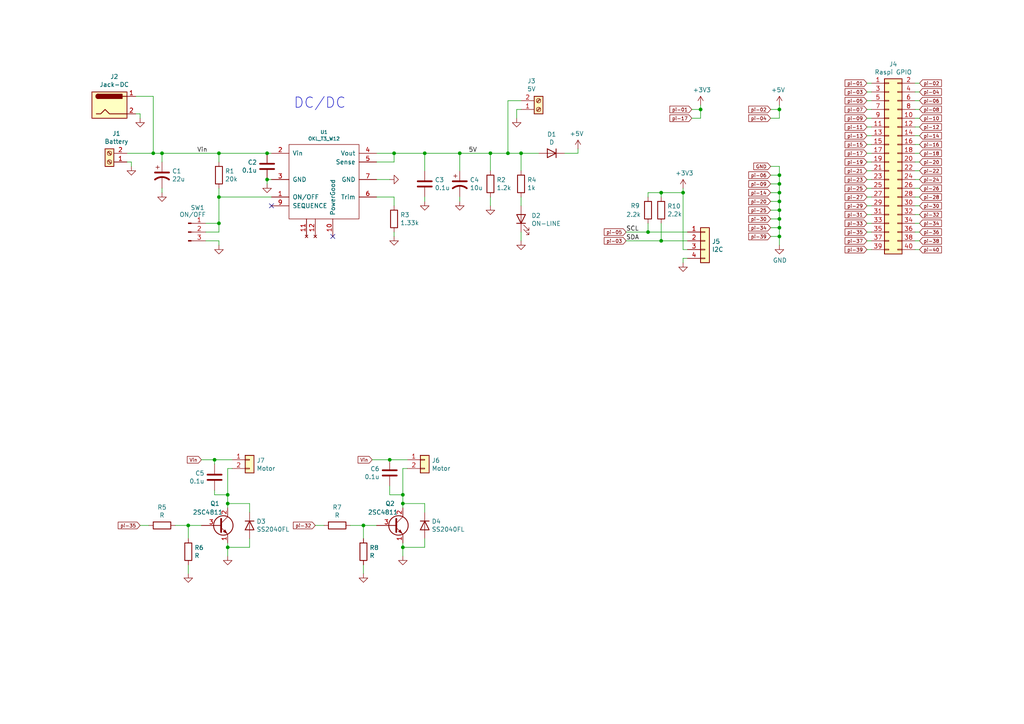
<source format=kicad_sch>
(kicad_sch (version 20230121) (generator eeschema)
  (paper "A4")
  (title_block (title "raspi-plant-hat") (date "2021-04-25") (rev "1"))
  (lib_symbols
    (symbol "Connector:Jack-DC" (pin_names (offset 1.016))
      (property "Reference" "J" (at 0 5.334 0))
      (property "Value" "Jack-DC" (at 0 -5.08 0))
      (symbol "Jack-DC_0_1"
        (rectangle (start -5.08 3.81) (end 5.08 -3.81) (stroke (width 0.254)) (fill (type background)))
        (arc (start -3.302 3.175) (mid -3.9343 2.54) (end -3.302 1.905) (stroke (width 0.254)))
        (arc (start -3.302 3.175) (mid -3.9343 2.54) (end -3.302 1.905) (stroke (width 0.254)) (fill (type outline)))
        (polyline (pts (xy 5.08 2.54) (xy 3.81 2.54)) (stroke (width 0.254)))
        (polyline (pts (xy -3.81 -2.54) (xy -2.54 -2.54) (xy -1.27 -1.27) (xy 0 -2.54) (xy 2.54 -2.54) (xy 5.08 -2.54)) (stroke (width 0.254)))
        (rectangle (start 3.683 3.175) (end -3.302 1.905) (stroke (width 0.254)) (fill (type outline)))
      )
      (symbol "Jack-DC_1_1"
        (pin passive line (at 7.62 2.54 180) (length 2.54) (name "~") (number "1"))
        (pin passive line (at 7.62 -2.54 180) (length 2.54) (name "~") (number "2"))
      )
    )
    (symbol "Connector:Screw_Terminal_01x02" (pin_names (offset 1.016) hide)
      (property "Reference" "J" (at 0 2.54 0))
      (property "Value" "Screw_Terminal_01x02" (at 0 -5.08 0))
      (symbol "Screw_Terminal_01x02_1_1"
        (rectangle (start -1.27 1.27) (end 1.27 -3.81) (stroke (width 0.254)) (fill (type background)))
        (circle (center 0 -2.54) (radius 0.635) (stroke (width 0.1524)))
        (polyline (pts (xy -0.5334 -2.2098) (xy 0.3302 -3.048)) (stroke (width 0.1524)))
        (polyline (pts (xy -0.5334 0.3302) (xy 0.3302 -0.508)) (stroke (width 0.1524)))
        (polyline (pts (xy -0.3556 -2.032) (xy 0.508 -2.8702)) (stroke (width 0.1524)))
        (polyline (pts (xy -0.3556 0.508) (xy 0.508 -0.3302)) (stroke (width 0.1524)))
        (circle (center 0 0) (radius 0.635) (stroke (width 0.1524)))
        (pin passive line (at -5.08 0 0) (length 3.81) (name "Pin_1") (number "1"))
        (pin passive line (at -5.08 -2.54 0) (length 3.81) (name "Pin_2") (number "2"))
      )
    )
    (symbol "Connector_Generic:Conn_01x02" (pin_names (offset 1.016) hide)
      (property "Reference" "J" (at 0 2.54 0))
      (property "Value" "Conn_01x02" (at 0 -5.08 0))
      (symbol "Conn_01x02_1_1"
        (rectangle (start -1.27 -2.413) (end 0 -2.667) (stroke (width 0.1524)))
        (rectangle (start -1.27 0.127) (end 0 -0.127) (stroke (width 0.1524)))
        (rectangle (start -1.27 1.27) (end 1.27 -3.81) (stroke (width 0.254)) (fill (type background)))
        (pin passive line (at -5.08 0 0) (length 3.81) (name "Pin_1") (number "1"))
        (pin passive line (at -5.08 -2.54 0) (length 3.81) (name "Pin_2") (number "2"))
      )
    )
    (symbol "Connector_Generic:Conn_01x04" (pin_names (offset 1.016) hide)
      (property "Reference" "J" (at 0 5.08 0))
      (property "Value" "Conn_01x04" (at 0 -7.62 0))
      (symbol "Conn_01x04_1_1"
        (rectangle (start -1.27 -4.953) (end 0 -5.207) (stroke (width 0.1524)))
        (rectangle (start -1.27 -2.413) (end 0 -2.667) (stroke (width 0.1524)))
        (rectangle (start -1.27 0.127) (end 0 -0.127) (stroke (width 0.1524)))
        (rectangle (start -1.27 2.667) (end 0 2.413) (stroke (width 0.1524)))
        (rectangle (start -1.27 3.81) (end 1.27 -6.35) (stroke (width 0.254)) (fill (type background)))
        (pin passive line (at -5.08 2.54 0) (length 3.81) (name "Pin_1") (number "1"))
        (pin passive line (at -5.08 0 0) (length 3.81) (name "Pin_2") (number "2"))
        (pin passive line (at -5.08 -2.54 0) (length 3.81) (name "Pin_3") (number "3"))
        (pin passive line (at -5.08 -5.08 0) (length 3.81) (name "Pin_4") (number "4"))
      )
    )
    (symbol "Connector_Generic:Conn_02x20_Odd_Even" (pin_names (offset 1.016) hide)
      (property "Reference" "J" (at 1.27 25.4 0))
      (property "Value" "Conn_02x20_Odd_Even" (at 1.27 -27.94 0))
      (symbol "Conn_02x20_Odd_Even_1_1"
        (rectangle (start -1.27 -25.273) (end 0 -25.527) (stroke (width 0.1524)))
        (rectangle (start -1.27 -22.733) (end 0 -22.987) (stroke (width 0.1524)))
        (rectangle (start -1.27 -20.193) (end 0 -20.447) (stroke (width 0.1524)))
        (rectangle (start -1.27 -17.653) (end 0 -17.907) (stroke (width 0.1524)))
        (rectangle (start -1.27 -15.113) (end 0 -15.367) (stroke (width 0.1524)))
        (rectangle (start -1.27 -12.573) (end 0 -12.827) (stroke (width 0.1524)))
        (rectangle (start -1.27 -10.033) (end 0 -10.287) (stroke (width 0.1524)))
        (rectangle (start -1.27 -7.493) (end 0 -7.747) (stroke (width 0.1524)))
        (rectangle (start -1.27 -4.953) (end 0 -5.207) (stroke (width 0.1524)))
        (rectangle (start -1.27 -2.413) (end 0 -2.667) (stroke (width 0.1524)))
        (rectangle (start -1.27 0.127) (end 0 -0.127) (stroke (width 0.1524)))
        (rectangle (start -1.27 2.667) (end 0 2.413) (stroke (width 0.1524)))
        (rectangle (start -1.27 5.207) (end 0 4.953) (stroke (width 0.1524)))
        (rectangle (start -1.27 7.747) (end 0 7.493) (stroke (width 0.1524)))
        (rectangle (start -1.27 10.287) (end 0 10.033) (stroke (width 0.1524)))
        (rectangle (start -1.27 12.827) (end 0 12.573) (stroke (width 0.1524)))
        (rectangle (start -1.27 15.367) (end 0 15.113) (stroke (width 0.1524)))
        (rectangle (start -1.27 17.907) (end 0 17.653) (stroke (width 0.1524)))
        (rectangle (start -1.27 20.447) (end 0 20.193) (stroke (width 0.1524)))
        (rectangle (start -1.27 22.987) (end 0 22.733) (stroke (width 0.1524)))
        (rectangle (start -1.27 24.13) (end 3.81 -26.67) (stroke (width 0.254)) (fill (type background)))
        (rectangle (start 3.81 -25.273) (end 2.54 -25.527) (stroke (width 0.1524)))
        (rectangle (start 3.81 -22.733) (end 2.54 -22.987) (stroke (width 0.1524)))
        (rectangle (start 3.81 -20.193) (end 2.54 -20.447) (stroke (width 0.1524)))
        (rectangle (start 3.81 -17.653) (end 2.54 -17.907) (stroke (width 0.1524)))
        (rectangle (start 3.81 -15.113) (end 2.54 -15.367) (stroke (width 0.1524)))
        (rectangle (start 3.81 -12.573) (end 2.54 -12.827) (stroke (width 0.1524)))
        (rectangle (start 3.81 -10.033) (end 2.54 -10.287) (stroke (width 0.1524)))
        (rectangle (start 3.81 -7.493) (end 2.54 -7.747) (stroke (width 0.1524)))
        (rectangle (start 3.81 -4.953) (end 2.54 -5.207) (stroke (width 0.1524)))
        (rectangle (start 3.81 -2.413) (end 2.54 -2.667) (stroke (width 0.1524)))
        (rectangle (start 3.81 0.127) (end 2.54 -0.127) (stroke (width 0.1524)))
        (rectangle (start 3.81 2.667) (end 2.54 2.413) (stroke (width 0.1524)))
        (rectangle (start 3.81 5.207) (end 2.54 4.953) (stroke (width 0.1524)))
        (rectangle (start 3.81 7.747) (end 2.54 7.493) (stroke (width 0.1524)))
        (rectangle (start 3.81 10.287) (end 2.54 10.033) (stroke (width 0.1524)))
        (rectangle (start 3.81 12.827) (end 2.54 12.573) (stroke (width 0.1524)))
        (rectangle (start 3.81 15.367) (end 2.54 15.113) (stroke (width 0.1524)))
        (rectangle (start 3.81 17.907) (end 2.54 17.653) (stroke (width 0.1524)))
        (rectangle (start 3.81 20.447) (end 2.54 20.193) (stroke (width 0.1524)))
        (rectangle (start 3.81 22.987) (end 2.54 22.733) (stroke (width 0.1524)))
        (pin passive line (at -5.08 22.86 0) (length 3.81) (name "Pin_1") (number "1"))
        (pin passive line (at 7.62 12.7 180) (length 3.81) (name "Pin_10") (number "10"))
        (pin passive line (at -5.08 10.16 0) (length 3.81) (name "Pin_11") (number "11"))
        (pin passive line (at 7.62 10.16 180) (length 3.81) (name "Pin_12") (number "12"))
        (pin passive line (at -5.08 7.62 0) (length 3.81) (name "Pin_13") (number "13"))
        (pin passive line (at 7.62 7.62 180) (length 3.81) (name "Pin_14") (number "14"))
        (pin passive line (at -5.08 5.08 0) (length 3.81) (name "Pin_15") (number "15"))
        (pin passive line (at 7.62 5.08 180) (length 3.81) (name "Pin_16") (number "16"))
        (pin passive line (at -5.08 2.54 0) (length 3.81) (name "Pin_17") (number "17"))
        (pin passive line (at 7.62 2.54 180) (length 3.81) (name "Pin_18") (number "18"))
        (pin passive line (at -5.08 0 0) (length 3.81) (name "Pin_19") (number "19"))
        (pin passive line (at 7.62 22.86 180) (length 3.81) (name "Pin_2") (number "2"))
        (pin passive line (at 7.62 0 180) (length 3.81) (name "Pin_20") (number "20"))
        (pin passive line (at -5.08 -2.54 0) (length 3.81) (name "Pin_21") (number "21"))
        (pin passive line (at 7.62 -2.54 180) (length 3.81) (name "Pin_22") (number "22"))
        (pin passive line (at -5.08 -5.08 0) (length 3.81) (name "Pin_23") (number "23"))
        (pin passive line (at 7.62 -5.08 180) (length 3.81) (name "Pin_24") (number "24"))
        (pin passive line (at -5.08 -7.62 0) (length 3.81) (name "Pin_25") (number "25"))
        (pin passive line (at 7.62 -7.62 180) (length 3.81) (name "Pin_26") (number "26"))
        (pin passive line (at -5.08 -10.16 0) (length 3.81) (name "Pin_27") (number "27"))
        (pin passive line (at 7.62 -10.16 180) (length 3.81) (name "Pin_28") (number "28"))
        (pin passive line (at -5.08 -12.7 0) (length 3.81) (name "Pin_29") (number "29"))
        (pin passive line (at -5.08 20.32 0) (length 3.81) (name "Pin_3") (number "3"))
        (pin passive line (at 7.62 -12.7 180) (length 3.81) (name "Pin_30") (number "30"))
        (pin passive line (at -5.08 -15.24 0) (length 3.81) (name "Pin_31") (number "31"))
        (pin passive line (at 7.62 -15.24 180) (length 3.81) (name "Pin_32") (number "32"))
        (pin passive line (at -5.08 -17.78 0) (length 3.81) (name "Pin_33") (number "33"))
        (pin passive line (at 7.62 -17.78 180) (length 3.81) (name "Pin_34") (number "34"))
        (pin passive line (at -5.08 -20.32 0) (length 3.81) (name "Pin_35") (number "35"))
        (pin passive line (at 7.62 -20.32 180) (length 3.81) (name "Pin_36") (number "36"))
        (pin passive line (at -5.08 -22.86 0) (length 3.81) (name "Pin_37") (number "37"))
        (pin passive line (at 7.62 -22.86 180) (length 3.81) (name "Pin_38") (number "38"))
        (pin passive line (at -5.08 -25.4 0) (length 3.81) (name "Pin_39") (number "39"))
        (pin passive line (at 7.62 20.32 180) (length 3.81) (name "Pin_4") (number "4"))
        (pin passive line (at 7.62 -25.4 180) (length 3.81) (name "Pin_40") (number "40"))
        (pin passive line (at -5.08 17.78 0) (length 3.81) (name "Pin_5") (number "5"))
        (pin passive line (at 7.62 17.78 180) (length 3.81) (name "Pin_6") (number "6"))
        (pin passive line (at -5.08 15.24 0) (length 3.81) (name "Pin_7") (number "7"))
        (pin passive line (at 7.62 15.24 180) (length 3.81) (name "Pin_8") (number "8"))
        (pin passive line (at -5.08 12.7 0) (length 3.81) (name "Pin_9") (number "9"))
      )
    )
    (symbol "Device:C" (pin_numbers hide) (pin_names (offset 0.254))
      (property "Reference" "C" (at 0.635 2.54 0))
      (property "Value" "C" (at 0.635 -2.54 0))
      (symbol "C_0_1"
        (polyline (pts (xy -2.032 -0.762) (xy 2.032 -0.762)) (stroke (width 0.508)))
        (polyline (pts (xy -2.032 0.762) (xy 2.032 0.762)) (stroke (width 0.508)))
      )
      (symbol "C_1_1"
        (pin passive line (at 0 3.81 270) (length 2.794) (name "~") (number "1"))
        (pin passive line (at 0 -3.81 90) (length 2.794) (name "~") (number "2"))
      )
    )
    (symbol "Device:D" (pin_numbers hide) (pin_names (offset 1.016) hide)
      (property "Reference" "D" (at 0 2.54 0))
      (property "Value" "D" (at 0 -2.54 0))
      (symbol "D_0_1"
        (polyline (pts (xy -1.27 1.27) (xy -1.27 -1.27)) (stroke (width 0.254)))
        (polyline (pts (xy 1.27 0) (xy -1.27 0)))
        (polyline (pts (xy 1.27 1.27) (xy 1.27 -1.27) (xy -1.27 0) (xy 1.27 1.27)) (stroke (width 0.254)))
      )
      (symbol "D_1_1"
        (pin passive line (at -3.81 0 0) (length 2.54) (name "K") (number "1"))
        (pin passive line (at 3.81 0 180) (length 2.54) (name "A") (number "2"))
      )
    )
    (symbol "Device:LED" (pin_numbers hide) (pin_names (offset 1.016) hide)
      (property "Reference" "D" (at 0 2.54 0))
      (property "Value" "LED" (at 0 -2.54 0))
      (symbol "LED_0_1"
        (polyline (pts (xy -1.27 -1.27) (xy -1.27 1.27)) (stroke (width 0.254)))
        (polyline (pts (xy -1.27 0) (xy 1.27 0)))
        (polyline (pts (xy 1.27 -1.27) (xy 1.27 1.27) (xy -1.27 0) (xy 1.27 -1.27)) (stroke (width 0.254)))
        (polyline (pts (xy -3.048 -0.762) (xy -4.572 -2.286) (xy -3.81 -2.286) (xy -4.572 -2.286) (xy -4.572 -1.524)))
        (polyline (pts (xy -1.778 -0.762) (xy -3.302 -2.286) (xy -2.54 -2.286) (xy -3.302 -2.286) (xy -3.302 -1.524)))
      )
      (symbol "LED_1_1"
        (pin passive line (at -3.81 0 0) (length 2.54) (name "K") (number "1"))
        (pin passive line (at 3.81 0 180) (length 2.54) (name "A") (number "2"))
      )
    )
    (symbol "Device:Q_NPN_ECB" (pin_names (offset 0) hide)
      (property "Reference" "Q" (at 5.08 1.27 0))
      (property "Value" "Q_NPN_ECB" (at 5.08 -1.27 0))
      (symbol "Q_NPN_ECB_0_1"
        (polyline (pts (xy 0.635 0.635) (xy 2.54 2.54)))
        (polyline (pts (xy 0.635 -0.635) (xy 2.54 -2.54) (xy 2.54 -2.54)))
        (polyline (pts (xy 0.635 1.905) (xy 0.635 -1.905) (xy 0.635 -1.905)) (stroke (width 0.508)))
        (polyline (pts (xy 1.27 -1.778) (xy 1.778 -1.27) (xy 2.286 -2.286) (xy 1.27 -1.778) (xy 1.27 -1.778)) (fill (type outline)))
        (circle (center 1.27 0) (radius 2.8194) (stroke (width 0.254)))
      )
      (symbol "Q_NPN_ECB_1_1"
        (pin passive line (at 2.54 -5.08 90) (length 2.54) (name "E") (number "1"))
        (pin passive line (at 2.54 5.08 270) (length 2.54) (name "C") (number "2"))
        (pin passive line (at -5.08 0 0) (length 5.715) (name "B") (number "3"))
      )
    )
    (symbol "Device:R" (pin_numbers hide) (pin_names (offset 0))
      (property "Reference" "R" (at 2.032 0 90))
      (property "Value" "R" (at 0 0 90))
      (symbol "R_0_1"
        (rectangle (start -1.016 -2.54) (end 1.016 2.54) (stroke (width 0.254)))
      )
      (symbol "R_1_1"
        (pin passive line (at 0 3.81 270) (length 1.27) (name "~") (number "1"))
        (pin passive line (at 0 -3.81 90) (length 1.27) (name "~") (number "2"))
      )
    )
    (symbol "pi-ups-rescue:+3.3V-power" (power) (pin_names (offset 0))
      (property "Value" "+3.3V-power" (at 0 3.556 0))
      (symbol "+3.3V-power_0_1"
        (polyline (pts (xy -0.762 1.27) (xy 0 2.54)))
        (polyline (pts (xy 0 0) (xy 0 2.54)))
        (polyline (pts (xy 0 2.54) (xy 0.762 1.27)))
      )
      (symbol "+3.3V-power_1_1"
        (pin power_in line (at 0 0 90) (length 0) hide (name "+3V3") (number "1"))
      )
    )
    (symbol "pi-ups-rescue:CP1-Device" (pin_numbers hide) (pin_names (offset 0.254) hide)
      (property "Reference" "C" (at 0.635 2.54 0))
      (property "Value" "Device_CP1" (at 0.635 -2.54 0))
      (symbol "CP1-Device_0_1"
        (polyline (pts (xy -2.032 0.762) (xy 2.032 0.762)) (stroke (width 0.508)))
        (polyline (pts (xy -1.778 2.286) (xy -0.762 2.286)))
        (polyline (pts (xy -1.27 1.778) (xy -1.27 2.794)))
        (arc (start 2.032 -1.27) (mid 0 -0.5572) (end -2.032 -1.27) (stroke (width 0.508)))
      )
      (symbol "CP1-Device_1_1"
        (pin passive line (at 0 3.81 270) (length 2.794) (name "~") (number "1"))
        (pin passive line (at 0 -3.81 90) (length 3.302) (name "~") (number "2"))
      )
    )
    (symbol "pi-ups-rescue:Conn_01x03_Male-Connector" (pin_names (offset 1.016) hide)
      (property "Reference" "J" (at 0 5.08 0))
      (property "Value" "Connector_Conn_01x03_Male" (at 0 -5.08 0))
      (symbol "Conn_01x03_Male-Connector_1_1"
        (polyline (pts (xy 1.27 -2.54) (xy 0.8636 -2.54)) (stroke (width 0.1524)))
        (polyline (pts (xy 1.27 0) (xy 0.8636 0)) (stroke (width 0.1524)))
        (polyline (pts (xy 1.27 2.54) (xy 0.8636 2.54)) (stroke (width 0.1524)))
        (rectangle (start 0.8636 -2.413) (end 0 -2.667) (stroke (width 0.1524)) (fill (type outline)))
        (rectangle (start 0.8636 0.127) (end 0 -0.127) (stroke (width 0.1524)) (fill (type outline)))
        (rectangle (start 0.8636 2.667) (end 0 2.413) (stroke (width 0.1524)) (fill (type outline)))
        (pin passive line (at 5.08 2.54 180) (length 3.81) (name "Pin_1") (number "1"))
        (pin passive line (at 5.08 0 180) (length 3.81) (name "Pin_2") (number "2"))
        (pin passive line (at 5.08 -2.54 180) (length 3.81) (name "Pin_3") (number "3"))
      )
    )
    (symbol "pi-ups-rescue:OKL_T3_W12-murata_dcdc" (pin_names (offset 1.016))
      (property "Reference" "U" (at 0 7.62 0))
      (property "Value" "OKL_T3_W12-murata_dcdc" (at 0 5.08 0))
      (symbol "OKL_T3_W12-murata_dcdc_0_1"
        (rectangle (start -10.16 6.35) (end 10.16 -15.24))
      )
      (symbol "OKL_T3_W12-murata_dcdc_1_1"
        (pin bidirectional line (at -15.24 -8.89 0) (length 5.08) (name "ON/OFF") (number "1"))
        (pin bidirectional line (at 2.54 -20.32 90) (length 5.08) (name "PowerGood") (number "10"))
        (pin no_connect line (at -5.08 -20.32 90) (length 5.08) (name "~") (number "11"))
        (pin no_connect line (at -2.54 -20.32 90) (length 5.08) (name "~") (number "12"))
        (pin power_in line (at -15.24 3.81 0) (length 5.08) (name "Vin") (number "2"))
        (pin power_in line (at -15.24 -3.81 0) (length 5.08) (name "GND") (number "3"))
        (pin power_out line (at 15.24 3.81 180) (length 5.08) (name "Vout") (number "4"))
        (pin bidirectional line (at 15.24 1.27 180) (length 5.08) (name "Sense") (number "5"))
        (pin bidirectional line (at 15.24 -8.89 180) (length 5.08) (name "Trim") (number "6"))
        (pin power_in line (at 15.24 -3.81 180) (length 5.08) (name "GND") (number "7"))
        (pin bidirectional line (at -15.24 -11.43 0) (length 5.08) (name "SEQUENCE") (number "9"))
      )
    )
    (symbol "power:+5V" (power) (pin_names (offset 0))
      (property "Value" "+5V" (at 0 3.556 0))
      (symbol "+5V_0_1"
        (polyline (pts (xy -0.762 1.27) (xy 0 2.54)))
        (polyline (pts (xy 0 0) (xy 0 2.54)))
        (polyline (pts (xy 0 2.54) (xy 0.762 1.27)))
      )
      (symbol "+5V_1_1"
        (pin power_in line (at 0 0 90) (length 0) hide (name "+5V") (number "1"))
      )
    )
    (symbol "power:GND" (power) (pin_names (offset 0))
      (property "Value" "GND" (at 0 -3.81 0))
      (symbol "GND_0_1"
        (polyline (pts (xy 0 0) (xy 0 -1.27) (xy 1.27 -1.27) (xy 0 -2.54) (xy -1.27 -1.27) (xy 0 -1.27)))
      )
      (symbol "GND_1_1"
        (pin power_in line (at 0 0 270) (length 0) hide (name "GND") (number "1"))
      )
    )
  )
  (junction (at 62.23 133.35))
  (junction (at 114.3 44.45))
  (junction (at 77.47 52.07))
  (junction (at 63.5 57.15))
  (junction (at 203.2 31.75))
  (junction (at 226.06 31.75))
  (junction (at 113.03 133.35))
  (junction (at 226.06 53.34))
  (junction (at 198.12 55.88))
  (junction (at 66.04 146.05))
  (junction (at 226.06 68.58))
  (junction (at 226.06 50.8))
  (junction (at 151.13 44.45))
  (junction (at 123.19 44.45))
  (junction (at 226.06 55.88))
  (junction (at 116.84 143.51))
  (junction (at 54.61 152.4))
  (junction (at 66.04 143.51))
  (junction (at 44.45 44.45))
  (junction (at 147.32 44.45))
  (junction (at 226.06 60.96))
  (junction (at 63.5 64.77))
  (junction (at 133.35 44.45))
  (junction (at 191.77 69.85))
  (junction (at 191.77 55.88))
  (junction (at 226.06 66.04))
  (junction (at 46.99 44.45))
  (junction (at 66.04 158.75))
  (junction (at 226.06 63.5))
  (junction (at 116.84 146.05))
  (junction (at 226.06 58.42))
  (junction (at 187.96 67.31))
  (junction (at 116.84 158.75))
  (junction (at 142.24 44.45))
  (junction (at 105.41 152.4))
  (junction (at 63.5 44.45))
  (junction (at 77.47 44.45))
  (no_connect (at 78.74 59.69))
  (no_connect (at 96.52 68.58))
  (wire (pts (xy 203.2 31.75) (xy 203.2 34.29)))
  (wire (pts (xy 109.22 152.4) (xy 105.41 152.4)))
  (wire (pts (xy 116.84 158.75) (xy 123.19 158.75)))
  (wire (pts (xy 151.13 44.45) (xy 156.21 44.45)))
  (wire (pts (xy 91.44 152.4) (xy 93.98 152.4)))
  (wire (pts (xy 62.23 133.35) (xy 67.31 133.35)))
  (wire (pts (xy 63.5 57.15) (xy 78.74 57.15)))
  (wire (pts (xy 252.73 49.53) (xy 251.46 49.53)))
  (wire (pts (xy 62.23 143.51) (xy 66.04 143.51)))
  (wire (pts (xy 265.43 41.91) (xy 266.7 41.91)))
  (wire (pts (xy 226.06 30.48) (xy 226.06 31.75)))
  (wire (pts (xy 46.99 44.45) (xy 63.5 44.45)))
  (wire (pts (xy 123.19 146.05) (xy 116.84 146.05)))
  (wire (pts (xy 59.69 64.77) (xy 63.5 64.77)))
  (wire (pts (xy 133.35 49.53) (xy 133.35 44.45)))
  (wire (pts (xy 223.52 63.5) (xy 226.06 63.5)))
  (wire (pts (xy 265.43 26.67) (xy 266.7 26.67)))
  (wire (pts (xy 265.43 69.85) (xy 266.7 69.85)))
  (wire (pts (xy 151.13 44.45) (xy 151.13 49.53)))
  (wire (pts (xy 151.13 29.21) (xy 147.32 29.21)))
  (wire (pts (xy 114.3 46.99) (xy 114.3 44.45)))
  (wire (pts (xy 265.43 34.29) (xy 266.7 34.29)))
  (wire (pts (xy 149.86 31.75) (xy 149.86 34.29)))
  (wire (pts (xy 226.06 34.29) (xy 223.52 34.29)))
  (wire (pts (xy 109.22 46.99) (xy 114.3 46.99)))
  (wire (pts (xy 116.84 135.89) (xy 118.11 135.89)))
  (wire (pts (xy 133.35 57.15) (xy 133.35 58.42)))
  (wire (pts (xy 142.24 49.53) (xy 142.24 44.45)))
  (wire (pts (xy 63.5 64.77) (xy 63.5 57.15)))
  (wire (pts (xy 63.5 69.85) (xy 63.5 71.12)))
  (wire (pts (xy 199.39 67.31) (xy 187.96 67.31)))
  (wire (pts (xy 203.2 34.29) (xy 200.66 34.29)))
  (wire (pts (xy 191.77 55.88) (xy 187.96 55.88)))
  (wire (pts (xy 198.12 76.2) (xy 198.12 74.93)))
  (wire (pts (xy 62.23 133.35) (xy 62.23 134.62)))
  (wire (pts (xy 123.19 148.59) (xy 123.19 146.05)))
  (wire (pts (xy 265.43 46.99) (xy 266.7 46.99)))
  (wire (pts (xy 198.12 55.88) (xy 198.12 72.39)))
  (wire (pts (xy 203.2 31.75) (xy 203.2 30.48)))
  (wire (pts (xy 252.73 62.23) (xy 251.46 62.23)))
  (wire (pts (xy 187.96 67.31) (xy 181.61 67.31)))
  (wire (pts (xy 116.84 157.48) (xy 116.84 158.75)))
  (wire (pts (xy 116.84 146.05) (xy 116.84 143.51)))
  (wire (pts (xy 252.73 64.77) (xy 251.46 64.77)))
  (wire (pts (xy 252.73 72.39) (xy 251.46 72.39)))
  (wire (pts (xy 72.39 156.21) (xy 72.39 158.75)))
  (wire (pts (xy 116.84 143.51) (xy 116.84 135.89)))
  (wire (pts (xy 77.47 53.34) (xy 77.47 52.07)))
  (wire (pts (xy 123.19 158.75) (xy 123.19 156.21)))
  (wire (pts (xy 223.52 60.96) (xy 226.06 60.96)))
  (wire (pts (xy 226.06 66.04) (xy 226.06 63.5)))
  (wire (pts (xy 116.84 147.32) (xy 116.84 146.05)))
  (wire (pts (xy 123.19 49.53) (xy 123.19 44.45)))
  (wire (pts (xy 187.96 55.88) (xy 187.96 57.15)))
  (wire (pts (xy 252.73 41.91) (xy 251.46 41.91)))
  (wire (pts (xy 63.5 67.31) (xy 63.5 64.77)))
  (wire (pts (xy 226.06 58.42) (xy 226.06 55.88)))
  (wire (pts (xy 46.99 44.45) (xy 46.99 46.99)))
  (wire (pts (xy 123.19 57.15) (xy 123.19 58.42)))
  (wire (pts (xy 105.41 156.21) (xy 105.41 152.4)))
  (wire (pts (xy 265.43 62.23) (xy 266.7 62.23)))
  (wire (pts (xy 107.95 133.35) (xy 113.03 133.35)))
  (wire (pts (xy 109.22 52.07) (xy 113.03 52.07)))
  (wire (pts (xy 58.42 152.4) (xy 54.61 152.4)))
  (wire (pts (xy 265.43 57.15) (xy 266.7 57.15)))
  (wire (pts (xy 62.23 142.24) (xy 62.23 143.51)))
  (wire (pts (xy 252.73 59.69) (xy 251.46 59.69)))
  (wire (pts (xy 142.24 57.15) (xy 142.24 59.69)))
  (wire (pts (xy 114.3 57.15) (xy 109.22 57.15)))
  (wire (pts (xy 36.83 44.45) (xy 44.45 44.45)))
  (wire (pts (xy 252.73 69.85) (xy 251.46 69.85)))
  (wire (pts (xy 40.64 33.02) (xy 40.64 34.29)))
  (wire (pts (xy 63.5 54.61) (xy 63.5 57.15)))
  (wire (pts (xy 226.06 31.75) (xy 226.06 34.29)))
  (wire (pts (xy 198.12 54.61) (xy 198.12 55.88)))
  (wire (pts (xy 187.96 64.77) (xy 187.96 67.31)))
  (wire (pts (xy 252.73 44.45) (xy 251.46 44.45)))
  (wire (pts (xy 191.77 57.15) (xy 191.77 55.88)))
  (wire (pts (xy 191.77 69.85) (xy 199.39 69.85)))
  (wire (pts (xy 66.04 158.75) (xy 66.04 161.29)))
  (wire (pts (xy 223.52 53.34) (xy 226.06 53.34)))
  (wire (pts (xy 151.13 31.75) (xy 149.86 31.75)))
  (wire (pts (xy 54.61 166.37) (xy 54.61 163.83)))
  (wire (pts (xy 66.04 147.32) (xy 66.04 146.05)))
  (wire (pts (xy 226.06 50.8) (xy 223.52 50.8)))
  (wire (pts (xy 72.39 148.59) (xy 72.39 146.05)))
  (wire (pts (xy 265.43 64.77) (xy 266.7 64.77)))
  (wire (pts (xy 226.06 68.58) (xy 226.06 71.12)))
  (wire (pts (xy 265.43 29.21) (xy 266.7 29.21)))
  (wire (pts (xy 114.3 68.58) (xy 114.3 67.31)))
  (wire (pts (xy 39.37 33.02) (xy 40.64 33.02)))
  (wire (pts (xy 38.1 46.99) (xy 38.1 48.26)))
  (wire (pts (xy 151.13 59.69) (xy 151.13 57.15)))
  (wire (pts (xy 72.39 158.75) (xy 66.04 158.75)))
  (wire (pts (xy 265.43 31.75) (xy 266.7 31.75)))
  (wire (pts (xy 226.06 63.5) (xy 226.06 60.96)))
  (wire (pts (xy 114.3 44.45) (xy 123.19 44.45)))
  (wire (pts (xy 223.52 48.26) (xy 226.06 48.26)))
  (wire (pts (xy 113.03 143.51) (xy 116.84 143.51)))
  (wire (pts (xy 223.52 68.58) (xy 226.06 68.58)))
  (wire (pts (xy 181.61 69.85) (xy 191.77 69.85)))
  (wire (pts (xy 133.35 44.45) (xy 142.24 44.45)))
  (wire (pts (xy 265.43 44.45) (xy 266.7 44.45)))
  (wire (pts (xy 251.46 24.13) (xy 252.73 24.13)))
  (wire (pts (xy 63.5 44.45) (xy 77.47 44.45)))
  (wire (pts (xy 223.52 31.75) (xy 226.06 31.75)))
  (wire (pts (xy 252.73 52.07) (xy 251.46 52.07)))
  (wire (pts (xy 50.8 152.4) (xy 54.61 152.4)))
  (wire (pts (xy 113.03 133.35) (xy 118.11 133.35)))
  (wire (pts (xy 66.04 135.89) (xy 67.31 135.89)))
  (wire (pts (xy 147.32 29.21) (xy 147.32 44.45)))
  (wire (pts (xy 265.43 67.31) (xy 266.7 67.31)))
  (wire (pts (xy 265.43 52.07) (xy 266.7 52.07)))
  (wire (pts (xy 226.06 48.26) (xy 226.06 50.8)))
  (wire (pts (xy 66.04 146.05) (xy 66.04 143.51)))
  (wire (pts (xy 265.43 72.39) (xy 266.7 72.39)))
  (wire (pts (xy 200.66 31.75) (xy 203.2 31.75)))
  (wire (pts (xy 66.04 157.48) (xy 66.04 158.75)))
  (wire (pts (xy 223.52 58.42) (xy 226.06 58.42)))
  (wire (pts (xy 265.43 59.69) (xy 266.7 59.69)))
  (wire (pts (xy 252.73 36.83) (xy 251.46 36.83)))
  (wire (pts (xy 72.39 146.05) (xy 66.04 146.05)))
  (wire (pts (xy 265.43 39.37) (xy 266.7 39.37)))
  (wire (pts (xy 101.6 152.4) (xy 105.41 152.4)))
  (wire (pts (xy 63.5 44.45) (xy 63.5 46.99)))
  (wire (pts (xy 44.45 44.45) (xy 46.99 44.45)))
  (wire (pts (xy 252.73 54.61) (xy 251.46 54.61)))
  (wire (pts (xy 266.7 24.13) (xy 265.43 24.13)))
  (wire (pts (xy 252.73 57.15) (xy 251.46 57.15)))
  (wire (pts (xy 252.73 46.99) (xy 251.46 46.99)))
  (wire (pts (xy 116.84 158.75) (xy 116.84 161.29)))
  (wire (pts (xy 58.42 133.35) (xy 62.23 133.35)))
  (wire (pts (xy 113.03 140.97) (xy 113.03 143.51)))
  (wire (pts (xy 163.83 44.45) (xy 167.64 44.45)))
  (wire (pts (xy 39.37 27.94) (xy 44.45 27.94)))
  (wire (pts (xy 40.64 152.4) (xy 43.18 152.4)))
  (wire (pts (xy 142.24 44.45) (xy 147.32 44.45)))
  (wire (pts (xy 66.04 143.51) (xy 66.04 135.89)))
  (wire (pts (xy 147.32 44.45) (xy 151.13 44.45)))
  (wire (pts (xy 114.3 59.69) (xy 114.3 57.15)))
  (wire (pts (xy 198.12 74.93) (xy 199.39 74.93)))
  (wire (pts (xy 198.12 72.39) (xy 199.39 72.39)))
  (wire (pts (xy 265.43 36.83) (xy 266.7 36.83)))
  (wire (pts (xy 167.64 43.18) (xy 167.64 44.45)))
  (wire (pts (xy 252.73 34.29) (xy 251.46 34.29)))
  (wire (pts (xy 252.73 26.67) (xy 251.46 26.67)))
  (wire (pts (xy 226.06 60.96) (xy 226.06 58.42)))
  (wire (pts (xy 223.52 66.04) (xy 226.06 66.04)))
  (wire (pts (xy 198.12 55.88) (xy 191.77 55.88)))
  (wire (pts (xy 191.77 64.77) (xy 191.77 69.85)))
  (wire (pts (xy 44.45 27.94) (xy 44.45 44.45)))
  (wire (pts (xy 59.69 67.31) (xy 63.5 67.31)))
  (wire (pts (xy 151.13 69.85) (xy 151.13 67.31)))
  (wire (pts (xy 59.69 69.85) (xy 63.5 69.85)))
  (wire (pts (xy 226.06 55.88) (xy 226.06 53.34)))
  (wire (pts (xy 226.06 68.58) (xy 226.06 66.04)))
  (wire (pts (xy 252.73 67.31) (xy 251.46 67.31)))
  (wire (pts (xy 109.22 44.45) (xy 114.3 44.45)))
  (wire (pts (xy 252.73 31.75) (xy 251.46 31.75)))
  (wire (pts (xy 252.73 39.37) (xy 251.46 39.37)))
  (wire (pts (xy 252.73 29.21) (xy 251.46 29.21)))
  (wire (pts (xy 78.74 52.07) (xy 77.47 52.07)))
  (wire (pts (xy 77.47 44.45) (xy 78.74 44.45)))
  (wire (pts (xy 226.06 55.88) (xy 223.52 55.88)))
  (wire (pts (xy 226.06 53.34) (xy 226.06 50.8)))
  (wire (pts (xy 123.19 44.45) (xy 133.35 44.45)))
  (wire (pts (xy 46.99 54.61) (xy 46.99 55.88)))
  (wire (pts (xy 265.43 49.53) (xy 266.7 49.53)))
  (wire (pts (xy 54.61 156.21) (xy 54.61 152.4)))
  (wire (pts (xy 105.41 166.37) (xy 105.41 163.83)))
  (wire (pts (xy 265.43 54.61) (xy 266.7 54.61)))
  (wire (pts (xy 36.83 46.99) (xy 38.1 46.99)))
  (text "DC/DC" (at 85.09 31.75 0) (effects (font (size 2.9972 2.9972)) (justify left bottom)))
  (label "SDA" (at 181.61 69.85 0))
  (label "Vin" (at 57.15 44.45 0))
  (label "SCL" (at 181.61 67.31 0))
  (label "5V" (at 135.89 44.45 0))
  (global_label "pi-17" (shape input) (at 251.46 44.45 180) (effects (font (size 0.9906 0.9906))) (property "Intersheetrefs" "${INTERSHEET_REFS}" (effects hide)))
  (global_label "pi-15" (shape input) (at 251.46 41.91 180) (effects (font (size 0.9906 0.9906))) (property "Intersheetrefs" "${INTERSHEET_REFS}" (effects hide)))
  (global_label "pi-05" (shape input) (at 251.46 29.21 180) (effects (font (size 0.9906 0.9906))) (property "Intersheetrefs" "${INTERSHEET_REFS}" (effects hide)))
  (global_label "pi-10" (shape input) (at 266.7 34.29 0) (effects (font (size 0.9906 0.9906))) (property "Intersheetrefs" "${INTERSHEET_REFS}" (effects hide)))
  (global_label "pi-03" (shape input) (at 251.46 26.67 180) (effects (font (size 0.9906 0.9906))) (property "Intersheetrefs" "${INTERSHEET_REFS}" (effects hide)))
  (global_label "pi-26" (shape input) (at 266.7 54.61 0) (effects (font (size 0.9906 0.9906))) (property "Intersheetrefs" "${INTERSHEET_REFS}" (effects hide)))
  (global_label "pi-04" (shape input) (at 266.7 26.67 0) (effects (font (size 0.9906 0.9906))) (property "Intersheetrefs" "${INTERSHEET_REFS}" (effects hide)))
  (global_label "Vin" (shape input) (at 58.42 133.35 180) (effects (font (size 0.9906 0.9906))) (property "Intersheetrefs" "${INTERSHEET_REFS}" (effects hide)))
  (global_label "pi-09" (shape input) (at 251.46 34.29 180) (effects (font (size 0.9906 0.9906))) (property "Intersheetrefs" "${INTERSHEET_REFS}" (effects hide)))
  (global_label "pi-06" (shape input) (at 223.52 50.8 180) (effects (font (size 0.9906 0.9906))) (property "Intersheetrefs" "${INTERSHEET_REFS}" (effects hide)))
  (global_label "pi-08" (shape input) (at 266.7 31.75 0) (effects (font (size 0.9906 0.9906))) (property "Intersheetrefs" "${INTERSHEET_REFS}" (effects hide)))
  (global_label "pi-34" (shape input) (at 223.52 66.04 180) (effects (font (size 0.9906 0.9906))) (property "Intersheetrefs" "${INTERSHEET_REFS}" (effects hide)))
  (global_label "pi-34" (shape input) (at 266.7 64.77 0) (effects (font (size 0.9906 0.9906))) (property "Intersheetrefs" "${INTERSHEET_REFS}" (effects hide)))
  (global_label "pi-31" (shape input) (at 251.46 62.23 180) (effects (font (size 0.9906 0.9906))) (property "Intersheetrefs" "${INTERSHEET_REFS}" (effects hide)))
  (global_label "pi-12" (shape input) (at 266.7 36.83 0) (effects (font (size 0.9906 0.9906))) (property "Intersheetrefs" "${INTERSHEET_REFS}" (effects hide)))
  (global_label "pi-40" (shape input) (at 266.7 72.39 0) (effects (font (size 0.9906 0.9906))) (property "Intersheetrefs" "${INTERSHEET_REFS}" (effects hide)))
  (global_label "pi-22" (shape input) (at 266.7 49.53 0) (effects (font (size 0.9906 0.9906))) (property "Intersheetrefs" "${INTERSHEET_REFS}" (effects hide)))
  (global_label "pi-35" (shape input) (at 251.46 67.31 180) (effects (font (size 0.9906 0.9906))) (property "Intersheetrefs" "${INTERSHEET_REFS}" (effects hide)))
  (global_label "pi-24" (shape input) (at 266.7 52.07 0) (effects (font (size 0.9906 0.9906))) (property "Intersheetrefs" "${INTERSHEET_REFS}" (effects hide)))
  (global_label "pi-37" (shape input) (at 251.46 69.85 180) (effects (font (size 0.9906 0.9906))) (property "Intersheetrefs" "${INTERSHEET_REFS}" (effects hide)))
  (global_label "GND" (shape input) (at 223.52 48.26 180) (effects (font (size 0.9906 0.9906))) (property "Intersheetrefs" "${INTERSHEET_REFS}" (effects hide)))
  (global_label "pi-06" (shape input) (at 266.7 29.21 0) (effects (font (size 0.9906 0.9906))) (property "Intersheetrefs" "${INTERSHEET_REFS}" (effects hide)))
  (global_label "pi-30" (shape input) (at 223.52 63.5 180) (effects (font (size 0.9906 0.9906))) (property "Intersheetrefs" "${INTERSHEET_REFS}" (effects hide)))
  (global_label "pi-27" (shape input) (at 251.46 57.15 180) (effects (font (size 0.9906 0.9906))) (property "Intersheetrefs" "${INTERSHEET_REFS}" (effects hide)))
  (global_label "pi-23" (shape input) (at 251.46 52.07 180) (effects (font (size 0.9906 0.9906))) (property "Intersheetrefs" "${INTERSHEET_REFS}" (effects hide)))
  (global_label "pi-28" (shape input) (at 266.7 57.15 0) (effects (font (size 0.9906 0.9906))) (property "Intersheetrefs" "${INTERSHEET_REFS}" (effects hide)))
  (global_label "pi-39" (shape input) (at 251.46 72.39 180) (effects (font (size 0.9906 0.9906))) (property "Intersheetrefs" "${INTERSHEET_REFS}" (effects hide)))
  (global_label "pi-11" (shape input) (at 251.46 36.83 180) (effects (font (size 0.9906 0.9906))) (property "Intersheetrefs" "${INTERSHEET_REFS}" (effects hide)))
  (global_label "pi-17" (shape input) (at 200.66 34.29 180) (effects (font (size 0.9906 0.9906))) (property "Intersheetrefs" "${INTERSHEET_REFS}" (effects hide)))
  (global_label "pi-04" (shape input) (at 223.52 34.29 180) (effects (font (size 0.9906 0.9906))) (property "Intersheetrefs" "${INTERSHEET_REFS}" (effects hide)))
  (global_label "pi-14" (shape input) (at 223.52 55.88 180) (effects (font (size 0.9906 0.9906))) (property "Intersheetrefs" "${INTERSHEET_REFS}" (effects hide)))
  (global_label "pi-25" (shape input) (at 251.46 54.61 180) (effects (font (size 0.9906 0.9906))) (property "Intersheetrefs" "${INTERSHEET_REFS}" (effects hide)))
  (global_label "pi-38" (shape input) (at 266.7 69.85 0) (effects (font (size 0.9906 0.9906))) (property "Intersheetrefs" "${INTERSHEET_REFS}" (effects hide)))
  (global_label "Vin" (shape input) (at 107.95 133.35 180) (effects (font (size 0.9906 0.9906))) (property "Intersheetrefs" "${INTERSHEET_REFS}" (effects hide)))
  (global_label "pi-32" (shape input) (at 91.44 152.4 180) (effects (font (size 0.9906 0.9906))) (property "Intersheetrefs" "${INTERSHEET_REFS}" (effects hide)))
  (global_label "pi-01" (shape input) (at 200.66 31.75 180) (effects (font (size 0.9906 0.9906))) (property "Intersheetrefs" "${INTERSHEET_REFS}" (effects hide)))
  (global_label "pi-30" (shape input) (at 266.7 59.69 0) (effects (font (size 0.9906 0.9906))) (property "Intersheetrefs" "${INTERSHEET_REFS}" (effects hide)))
  (global_label "pi-09" (shape input) (at 223.52 53.34 180) (effects (font (size 0.9906 0.9906))) (property "Intersheetrefs" "${INTERSHEET_REFS}" (effects hide)))
  (global_label "pi-25" (shape input) (at 223.52 60.96 180) (effects (font (size 0.9906 0.9906))) (property "Intersheetrefs" "${INTERSHEET_REFS}" (effects hide)))
  (global_label "pi-20" (shape input) (at 223.52 58.42 180) (effects (font (size 0.9906 0.9906))) (property "Intersheetrefs" "${INTERSHEET_REFS}" (effects hide)))
  (global_label "pi-03" (shape input) (at 181.61 69.85 180) (effects (font (size 0.9906 0.9906))) (property "Intersheetrefs" "${INTERSHEET_REFS}" (effects hide)))
  (global_label "pi-32" (shape input) (at 266.7 62.23 0) (effects (font (size 0.9906 0.9906))) (property "Intersheetrefs" "${INTERSHEET_REFS}" (effects hide)))
  (global_label "pi-14" (shape input) (at 266.7 39.37 0) (effects (font (size 0.9906 0.9906))) (property "Intersheetrefs" "${INTERSHEET_REFS}" (effects hide)))
  (global_label "pi-39" (shape input) (at 223.52 68.58 180) (effects (font (size 0.9906 0.9906))) (property "Intersheetrefs" "${INTERSHEET_REFS}" (effects hide)))
  (global_label "pi-02" (shape input) (at 266.7 24.13 0) (effects (font (size 0.9906 0.9906))) (property "Intersheetrefs" "${INTERSHEET_REFS}" (effects hide)))
  (global_label "pi-01" (shape input) (at 251.46 24.13 180) (effects (font (size 0.9906 0.9906))) (property "Intersheetrefs" "${INTERSHEET_REFS}" (effects hide)))
  (global_label "pi-16" (shape input) (at 266.7 41.91 0) (effects (font (size 0.9906 0.9906))) (property "Intersheetrefs" "${INTERSHEET_REFS}" (effects hide)))
  (global_label "pi-07" (shape input) (at 251.46 31.75 180) (effects (font (size 0.9906 0.9906))) (property "Intersheetrefs" "${INTERSHEET_REFS}" (effects hide)))
  (global_label "pi-29" (shape input) (at 251.46 59.69 180) (effects (font (size 0.9906 0.9906))) (property "Intersheetrefs" "${INTERSHEET_REFS}" (effects hide)))
  (global_label "pi-19" (shape input) (at 251.46 46.99 180) (effects (font (size 0.9906 0.9906))) (property "Intersheetrefs" "${INTERSHEET_REFS}" (effects hide)))
  (global_label "pi-02" (shape input) (at 223.52 31.75 180) (effects (font (size 0.9906 0.9906))) (property "Intersheetrefs" "${INTERSHEET_REFS}" (effects hide)))
  (global_label "pi-20" (shape input) (at 266.7 46.99 0) (effects (font (size 0.9906 0.9906))) (property "Intersheetrefs" "${INTERSHEET_REFS}" (effects hide)))
  (global_label "pi-18" (shape input) (at 266.7 44.45 0) (effects (font (size 0.9906 0.9906))) (property "Intersheetrefs" "${INTERSHEET_REFS}" (effects hide)))
  (global_label "pi-35" (shape input) (at 40.64 152.4 180) (effects (font (size 0.9906 0.9906))) (property "Intersheetrefs" "${INTERSHEET_REFS}" (effects hide)))
  (global_label "pi-21" (shape input) (at 251.46 49.53 180) (effects (font (size 0.9906 0.9906))) (property "Intersheetrefs" "${INTERSHEET_REFS}" (effects hide)))
  (global_label "pi-33" (shape input) (at 251.46 64.77 180) (effects (font (size 0.9906 0.9906))) (property "Intersheetrefs" "${INTERSHEET_REFS}" (effects hide)))
  (global_label "pi-05" (shape input) (at 181.61 67.31 180) (effects (font (size 0.9906 0.9906))) (property "Intersheetrefs" "${INTERSHEET_REFS}" (effects hide)))
  (global_label "pi-36" (shape input) (at 266.7 67.31 0) (effects (font (size 0.9906 0.9906))) (property "Intersheetrefs" "${INTERSHEET_REFS}" (effects hide)))
  (global_label "pi-13" (shape input) (at 251.46 39.37 180) (effects (font (size 0.9906 0.9906))) (property "Intersheetrefs" "${INTERSHEET_REFS}" (effects hide)))
  (symbol (lib_id "Connector_Generic:Conn_02x20_Odd_Even") (at 257.81 46.99 0) (unit 1)
    (property "Reference" "J4" (at 259.08 18.6182 0))
    (property "Value" "Raspi GPIO" (at 259.08 20.9296 0))
    (property "Footprint" "Pin_Headers:Pin_Header_Straight_2x20_Pitch2.54mm" (effects hide))
  )
  (symbol (lib_id "power:+5V") (at 226.06 30.48 0) (mirror y) (unit 1)
    (property "Reference" "#PWR05" (effects hide))
    (property "Value" "+5V" (at 225.679 26.0858 0))
  )
  (symbol (lib_id "power:GND") (at 226.06 71.12 0) (unit 1)
    (property "Reference" "#PWR03" (effects hide))
    (property "Value" "GND" (at 226.187 75.5142 0))
  )
  (symbol (lib_id "pi-ups-rescue:+3.3V-power") (at 203.2 30.48 0) (unit 1)
    (property "Reference" "#PWR02" (effects hide))
    (property "Value" "+3.3V" (at 203.581 26.0858 0))
  )
  (symbol (lib_id "Connector:Screw_Terminal_01x02") (at 31.75 46.99 180) (unit 1)
    (property "Reference" "J1" (at 33.782 38.735 0))
    (property "Value" "Battery" (at 33.782 41.0464 0))
    (property "Footprint" "Connectors_Terminal_Blocks:TerminalBlock_Pheonix_MKDS1.5-2pol" (effects hide))
  )
  (symbol (lib_id "pi-ups-rescue:OKL_T3_W12-murata_dcdc") (at 93.98 48.26 0) (unit 1)
    (property "Reference" "U1" (at 93.98 38.3286 0) (effects (font (size 0.9906 0.9906))))
    (property "Value" "OKL_T3_W12" (at 93.98 40.2336 0) (effects (font (size 0.9906 0.9906))))
    (property "Footprint" "murata_dcdc:OKL_T3_W12" (effects hide))
  )
  (symbol (lib_id "Device:R") (at 114.3 63.5 0) (unit 1)
    (property "Reference" "R3" (at 116.078 62.3316 0) (effects (justify left)))
    (property "Value" "1.33k" (at 116.078 64.643 0) (effects (justify left)))
    (property "Footprint" "Resistor_SMD:R_0603_1608Metric" (effects hide))
  )
  (symbol (lib_id "power:GND") (at 114.3 68.58 0) (unit 1)
    (property "Reference" "#PWR012" (effects hide))
    (property "Value" "GND" (effects hide))
  )
  (symbol (lib_id "power:GND") (at 113.03 52.07 90) (unit 1)
    (property "Reference" "#PWR011" (effects hide))
    (property "Value" "GND" (effects hide))
  )
  (symbol (lib_id "power:GND") (at 77.47 53.34 0) (unit 1)
    (property "Reference" "#PWR07" (effects hide))
    (property "Value" "GND" (effects hide))
  )
  (symbol (lib_id "power:GND") (at 38.1 48.26 0) (unit 1)
    (property "Reference" "#PWR01" (effects hide))
    (property "Value" "GND" (effects hide))
  )
  (symbol (lib_id "power:+5V") (at 167.64 43.18 0) (mirror y) (unit 1)
    (property "Reference" "#PWR013" (effects hide))
    (property "Value" "+5V" (at 167.259 38.7858 0))
  )
  (symbol (lib_id "power:GND") (at 63.5 71.12 0) (unit 1)
    (property "Reference" "#PWR06" (effects hide))
    (property "Value" "GND" (effects hide))
  )
  (symbol (lib_id "Device:C") (at 77.47 48.26 0) (mirror x) (unit 1)
    (property "Reference" "C2" (at 74.549 47.0916 0) (effects (justify right)))
    (property "Value" "0.1u" (at 74.549 49.403 0) (effects (justify right)))
    (property "Footprint" "Capacitor_SMD:C_0603_1608Metric" (effects hide))
  )
  (symbol (lib_id "Device:C") (at 123.19 53.34 0) (unit 1)
    (property "Reference" "C3" (at 126.111 52.1716 0) (effects (justify left)))
    (property "Value" "0.1u" (at 126.111 54.483 0) (effects (justify left)))
    (property "Footprint" "Capacitor_SMD:C_0603_1608Metric" (effects hide))
  )
  (symbol (lib_id "power:GND") (at 123.19 58.42 0) (unit 1)
    (property "Reference" "#PWR08" (effects hide))
    (property "Value" "GND" (effects hide))
  )
  (symbol (lib_id "Device:R") (at 142.24 53.34 0) (unit 1)
    (property "Reference" "R2" (at 144.018 52.1716 0) (effects (justify left)))
    (property "Value" "1.2k" (at 144.018 54.483 0) (effects (justify left)))
    (property "Footprint" "Resistor_SMD:R_0603_1608Metric" (effects hide))
  )
  (symbol (lib_id "power:GND") (at 142.24 59.69 0) (unit 1)
    (property "Reference" "#PWR010" (effects hide))
    (property "Value" "GND" (effects hide))
  )
  (symbol (lib_id "pi-ups-rescue:CP1-Device") (at 46.99 50.8 0) (unit 1)
    (property "Reference" "C1" (at 49.911 49.6316 0) (effects (justify left)))
    (property "Value" "22u" (at 49.911 51.943 0) (effects (justify left)))
    (property "Footprint" "Capacitors_THT:CP_Radial_D5.0mm_P2.50mm" (effects hide))
  )
  (symbol (lib_id "power:GND") (at 46.99 55.88 0) (unit 1)
    (property "Reference" "#PWR04" (effects hide))
    (property "Value" "GND" (effects hide))
  )
  (symbol (lib_id "Device:D") (at 160.02 44.45 0) (mirror y) (unit 1)
    (property "Reference" "D1" (at 160.02 38.9636 0))
    (property "Value" "D" (at 160.02 41.275 0))
    (property "Footprint" "Diodes_SMD:D_3220" (effects hide))
  )
  (symbol (lib_id "pi-ups-rescue:CP1-Device") (at 133.35 53.34 0) (unit 1)
    (property "Reference" "C4" (at 136.271 52.1716 0) (effects (justify left)))
    (property "Value" "10u" (at 136.271 54.483 0) (effects (justify left)))
    (property "Footprint" "Capacitors_THT:CP_Radial_D4.0mm_P2.00mm" (effects hide))
  )
  (symbol (lib_id "power:GND") (at 133.35 58.42 0) (unit 1)
    (property "Reference" "#PWR09" (effects hide))
    (property "Value" "GND" (effects hide))
  )
  (symbol (lib_id "power:GND") (at 151.13 69.85 0) (unit 1)
    (property "Reference" "#PWR014" (effects hide))
    (property "Value" "GND" (effects hide))
  )
  (symbol (lib_id "Device:R") (at 151.13 53.34 0) (unit 1)
    (property "Reference" "R4" (at 152.908 52.1716 0) (effects (justify left)))
    (property "Value" "1k" (at 152.908 54.483 0) (effects (justify left)))
    (property "Footprint" "Resistor_SMD:R_0603_1608Metric" (effects hide))
  )
  (symbol (lib_id "Device:LED") (at 151.13 63.5 90) (unit 1)
    (property "Reference" "D2" (at 154.1272 62.5348 90) (effects (justify right)))
    (property "Value" "ON-LINE" (at 154.1272 64.8462 90) (effects (justify right)))
    (property "Footprint" "Capacitors_SMD:C_0603" (effects hide))
  )
  (symbol (lib_id "Device:R") (at 63.5 50.8 0) (unit 1)
    (property "Reference" "R1" (at 65.278 49.6316 0) (effects (justify left)))
    (property "Value" "20k" (at 65.278 51.943 0) (effects (justify left)))
    (property "Footprint" "Resistor_SMD:R_0603_1608Metric" (effects hide))
  )
  (symbol (lib_id "Connector:Screw_Terminal_01x02") (at 156.21 31.75 0) (mirror x) (unit 1)
    (property "Reference" "J3" (at 154.1526 23.495 0))
    (property "Value" "5V" (at 154.1526 25.8064 0))
    (property "Footprint" "Connectors_Terminal_Blocks:TerminalBlock_Pheonix_MKDS1.5-2pol" (effects hide))
  )
  (symbol (lib_id "power:GND") (at 149.86 34.29 0) (unit 1)
    (property "Reference" "#PWR0101" (effects hide))
    (property "Value" "GND" (effects hide))
  )
  (symbol (lib_id "pi-ups-rescue:Conn_01x03_Male-Connector") (at 54.61 67.31 0) (unit 1)
    (property "Reference" "SW1" (at 57.3024 60.2488 0))
    (property "Value" "ON/OFF" (at 55.88 62.23 0))
    (property "Footprint" "Pin_Headers:Pin_Header_Straight_1x03_Pitch2.54mm" (effects hide))
  )
  (symbol (lib_id "Connector:Jack-DC") (at 31.75 30.48 0) (unit 1)
    (property "Reference" "J2" (at 33.147 22.225 0))
    (property "Value" "Jack-DC" (at 33.147 24.5364 0))
    (property "Footprint" "Connector_BarrelJack:BarrelJack_Horizontal" (effects hide))
  )
  (symbol (lib_id "power:GND") (at 40.64 34.29 0) (unit 1)
    (property "Reference" "#PWR0103" (effects hide))
    (property "Value" "GND" (effects hide))
  )
  (symbol (lib_id "Device:Q_NPN_ECB") (at 114.3 152.4 0) (unit 1)
    (property "Reference" "Q2" (at 111.76 146.05 0) (effects (justify left)))
    (property "Value" "2SC4811" (at 106.68 148.59 0) (effects (justify left)))
    (property "Footprint" "Package_TO_SOT_THT:TO-220-3_Vertical" (effects hide))
  )
  (symbol (lib_id "power:GND") (at 116.84 161.29 0) (unit 1)
    (property "Reference" "#PWR018" (effects hide))
    (property "Value" "GND" (effects hide))
  )
  (symbol (lib_id "Device:R") (at 97.79 152.4 270) (unit 1)
    (property "Reference" "R7" (at 97.79 147.1422 90))
    (property "Value" "R" (at 97.79 149.4536 90))
    (property "Footprint" "Resistor_SMD:R_0603_1608Metric" (effects hide))
  )
  (symbol (lib_id "Device:R") (at 105.41 160.02 0) (unit 1)
    (property "Reference" "R8" (at 107.188 158.8516 0) (effects (justify left)))
    (property "Value" "R" (at 107.188 161.163 0) (effects (justify left)))
    (property "Footprint" "Resistor_SMD:R_0603_1608Metric" (effects hide))
  )
  (symbol (lib_id "power:GND") (at 105.41 166.37 0) (unit 1)
    (property "Reference" "#PWR017" (effects hide))
    (property "Value" "GND" (effects hide))
  )
  (symbol (lib_id "Connector_Generic:Conn_01x02") (at 123.19 133.35 0) (unit 1)
    (property "Reference" "J6" (at 125.222 133.5532 0) (effects (justify left)))
    (property "Value" "Motor" (at 125.222 135.8646 0) (effects (justify left)))
    (property "Footprint" "Connector_JST:JST_XH_B02B-XH-A_1x02_P2.50mm_Vertical" (effects hide))
  )
  (symbol (lib_id "Connector_Generic:Conn_01x04") (at 204.47 69.85 0) (unit 1)
    (property "Reference" "J5" (at 206.502 70.0532 0) (effects (justify left)))
    (property "Value" "I2C" (at 206.502 72.3646 0) (effects (justify left)))
    (property "Footprint" "Connector_JST:JST_XH_B04B-XH-A_1x04_P2.50mm_Vertical" (effects hide))
  )
  (symbol (lib_id "pi-ups-rescue:+3.3V-power") (at 198.12 54.61 0) (unit 1)
    (property "Reference" "#PWR019" (effects hide))
    (property "Value" "+3.3V" (at 198.501 50.2158 0))
  )
  (symbol (lib_id "power:GND") (at 198.12 76.2 0) (unit 1)
    (property "Reference" "#PWR020" (effects hide))
    (property "Value" "GND" (effects hide))
  )
  (symbol (lib_id "Device:Q_NPN_ECB") (at 63.5 152.4 0) (unit 1)
    (property "Reference" "Q1" (at 60.96 146.05 0) (effects (justify left)))
    (property "Value" "2SC4811" (at 55.88 148.59 0) (effects (justify left)))
    (property "Footprint" "Package_TO_SOT_THT:TO-220-3_Vertical" (effects hide))
  )
  (symbol (lib_id "power:GND") (at 66.04 161.29 0) (unit 1)
    (property "Reference" "#PWR016" (effects hide))
    (property "Value" "GND" (effects hide))
  )
  (symbol (lib_id "Device:R") (at 46.99 152.4 270) (unit 1)
    (property "Reference" "R5" (at 46.99 147.1422 90))
    (property "Value" "R" (at 46.99 149.4536 90))
    (property "Footprint" "Resistor_SMD:R_0603_1608Metric" (effects hide))
  )
  (symbol (lib_id "Device:R") (at 54.61 160.02 0) (unit 1)
    (property "Reference" "R6" (at 56.388 158.8516 0) (effects (justify left)))
    (property "Value" "R" (at 56.388 161.163 0) (effects (justify left)))
    (property "Footprint" "Resistor_SMD:R_0603_1608Metric" (effects hide))
  )
  (symbol (lib_id "power:GND") (at 54.61 166.37 0) (unit 1)
    (property "Reference" "#PWR015" (effects hide))
    (property "Value" "GND" (effects hide))
  )
  (symbol (lib_id "Connector_Generic:Conn_01x02") (at 72.39 133.35 0) (unit 1)
    (property "Reference" "J7" (at 74.422 133.5532 0) (effects (justify left)))
    (property "Value" "Motor" (at 74.422 135.8646 0) (effects (justify left)))
    (property "Footprint" "Connector_JST:JST_XH_B02B-XH-A_1x02_P2.50mm_Vertical" (effects hide))
  )
  (symbol (lib_id "Device:R") (at 187.96 60.96 0) (unit 1)
    (property "Reference" "R9" (at 182.88 59.69 0) (effects (justify left)))
    (property "Value" "2.2k" (at 181.61 62.23 0) (effects (justify left)))
    (property "Footprint" "Resistor_SMD:R_0603_1608Metric" (effects hide))
  )
  (symbol (lib_id "Device:R") (at 191.77 60.96 0) (unit 1)
    (property "Reference" "R10" (at 193.548 59.7916 0) (effects (justify left)))
    (property "Value" "2.2k" (at 193.548 62.103 0) (effects (justify left)))
    (property "Footprint" "Resistor_SMD:R_0603_1608Metric" (effects hide))
  )
  (symbol (lib_id "Device:D") (at 72.39 152.4 90) (mirror x) (unit 1)
    (property "Reference" "D3" (at 74.3966 151.2316 90) (effects (justify right)))
    (property "Value" "SS2040FL" (at 74.3966 153.543 90) (effects (justify right)))
    (property "Footprint" "Diode_SMD:D_SOD-123F" (effects hide))
  )
  (symbol (lib_id "Device:C") (at 62.23 138.43 0) (mirror y) (unit 1)
    (property "Reference" "C5" (at 59.309 137.2616 0) (effects (justify left)))
    (property "Value" "0.1u" (at 59.309 139.573 0) (effects (justify left)))
    (property "Footprint" "Capacitor_SMD:C_0603_1608Metric" (effects hide))
  )
  (symbol (lib_id "Device:D") (at 123.19 152.4 90) (mirror x) (unit 1)
    (property "Reference" "D4" (at 125.1966 151.2316 90) (effects (justify right)))
    (property "Value" "SS2040FL" (at 125.1966 153.543 90) (effects (justify right)))
    (property "Footprint" "Diode_SMD:D_SOD-123F" (effects hide))
  )
  (symbol (lib_id "Device:C") (at 113.03 137.16 0) (mirror y) (unit 1)
    (property "Reference" "C6" (at 110.109 135.9916 0) (effects (justify left)))
    (property "Value" "0.1u" (at 110.109 138.303 0) (effects (justify left)))
    (property "Footprint" "Capacitor_SMD:C_0603_1608Metric" (effects hide))
  )
)
</source>
